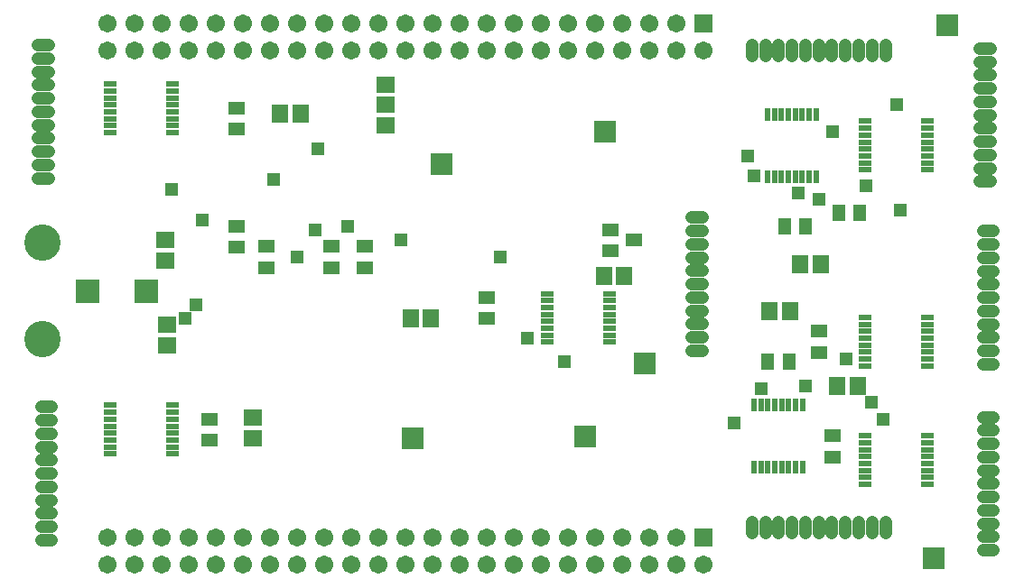
<source format=gbs>
G75*
%MOIN*%
%OFA0B0*%
%FSLAX24Y24*%
%IPPOS*%
%LPD*%
%AMOC8*
5,1,8,0,0,1.08239X$1,22.5*
%
%ADD10R,0.0907X0.0907*%
%ADD11C,0.1340*%
%ADD12R,0.0631X0.0513*%
%ADD13R,0.0513X0.0631*%
%ADD14R,0.0200X0.0470*%
%ADD15R,0.0470X0.0200*%
%ADD16C,0.0477*%
%ADD17R,0.0674X0.0674*%
%ADD18C,0.0674*%
%ADD19R,0.0631X0.0474*%
%ADD20R,0.0671X0.0592*%
%ADD21R,0.0592X0.0671*%
%ADD22R,0.0848X0.0848*%
%ADD23R,0.0476X0.0476*%
D10*
X005583Y011680D03*
X007748Y011680D03*
D11*
X003930Y009908D03*
X003930Y013452D03*
D12*
X011083Y013286D03*
X012208Y013324D03*
X012208Y012536D03*
X011083Y014074D03*
X014583Y013324D03*
X014583Y012536D03*
X015833Y012536D03*
X015833Y013324D03*
X020333Y011449D03*
X020333Y010661D03*
X010083Y006949D03*
X010083Y006161D03*
X011083Y017661D03*
X011083Y018449D03*
X032583Y010199D03*
X032583Y009411D03*
X033083Y006324D03*
X033083Y005536D03*
D13*
X031477Y009055D03*
X030689Y009055D03*
X031314Y014055D03*
X032102Y014055D03*
X033314Y014555D03*
X034102Y014555D03*
D14*
X032479Y015906D03*
X032223Y015906D03*
X031967Y015906D03*
X031711Y015906D03*
X031455Y015906D03*
X031199Y015906D03*
X030943Y015906D03*
X030687Y015906D03*
X030687Y018204D03*
X030943Y018204D03*
X031199Y018204D03*
X031455Y018204D03*
X031711Y018204D03*
X031967Y018204D03*
X032223Y018204D03*
X032479Y018204D03*
X031979Y007454D03*
X031723Y007454D03*
X031467Y007454D03*
X031211Y007454D03*
X030955Y007454D03*
X030699Y007454D03*
X030443Y007454D03*
X030187Y007454D03*
X030187Y005156D03*
X030443Y005156D03*
X030699Y005156D03*
X030955Y005156D03*
X031211Y005156D03*
X031467Y005156D03*
X031723Y005156D03*
X031979Y005156D03*
D15*
X034309Y005046D03*
X034309Y004790D03*
X034309Y004534D03*
X034309Y005302D03*
X034309Y005558D03*
X034309Y005814D03*
X034309Y006070D03*
X034309Y006326D03*
X036607Y006326D03*
X036607Y006070D03*
X036607Y005814D03*
X036607Y005558D03*
X036607Y005302D03*
X036607Y005046D03*
X036607Y004790D03*
X036607Y004534D03*
X036607Y008909D03*
X036607Y009165D03*
X036607Y009421D03*
X036607Y009677D03*
X036607Y009933D03*
X036607Y010189D03*
X036607Y010445D03*
X036607Y010701D03*
X034309Y010701D03*
X034309Y010445D03*
X034309Y010189D03*
X034309Y009933D03*
X034309Y009677D03*
X034309Y009421D03*
X034309Y009165D03*
X034309Y008909D03*
X024857Y009784D03*
X024857Y010040D03*
X024857Y010296D03*
X024857Y010552D03*
X024857Y010808D03*
X024857Y011064D03*
X024857Y011320D03*
X024857Y011576D03*
X022559Y011576D03*
X022559Y011320D03*
X022559Y011064D03*
X022559Y010808D03*
X022559Y010552D03*
X022559Y010296D03*
X022559Y010040D03*
X022559Y009784D03*
X034309Y016159D03*
X034309Y016415D03*
X034309Y016671D03*
X034309Y016927D03*
X034309Y017183D03*
X034309Y017439D03*
X034309Y017695D03*
X034309Y017951D03*
X036607Y017951D03*
X036607Y017695D03*
X036607Y017439D03*
X036607Y017183D03*
X036607Y016927D03*
X036607Y016671D03*
X036607Y016415D03*
X036607Y016159D03*
X008732Y017534D03*
X008732Y017790D03*
X008732Y018046D03*
X008732Y018302D03*
X008732Y018558D03*
X008732Y018814D03*
X008732Y019070D03*
X008732Y019326D03*
X006434Y019326D03*
X006434Y019070D03*
X006434Y018814D03*
X006434Y018558D03*
X006434Y018302D03*
X006434Y018046D03*
X006434Y017790D03*
X006434Y017534D03*
X006434Y007451D03*
X006434Y007195D03*
X006434Y006939D03*
X006434Y006683D03*
X006434Y006427D03*
X006434Y006171D03*
X006434Y005915D03*
X006434Y005659D03*
X008732Y005659D03*
X008732Y005915D03*
X008732Y006171D03*
X008732Y006427D03*
X008732Y006683D03*
X008732Y006939D03*
X008732Y007195D03*
X008732Y007451D03*
D16*
X004274Y002469D02*
X003877Y002469D01*
X003877Y002961D02*
X004274Y002961D01*
X004274Y003454D02*
X003877Y003454D01*
X003877Y003946D02*
X004274Y003946D01*
X004274Y004438D02*
X003877Y004438D01*
X003877Y004930D02*
X004274Y004930D01*
X004274Y005422D02*
X003877Y005422D01*
X003877Y005914D02*
X004274Y005914D01*
X004274Y006406D02*
X003877Y006406D01*
X003877Y006899D02*
X004274Y006899D01*
X004274Y007391D02*
X003877Y007391D01*
X003752Y015844D02*
X004149Y015844D01*
X004149Y016336D02*
X003752Y016336D01*
X003752Y016829D02*
X004149Y016829D01*
X004149Y017321D02*
X003752Y017321D01*
X003752Y017813D02*
X004149Y017813D01*
X004149Y018305D02*
X003752Y018305D01*
X003752Y018797D02*
X004149Y018797D01*
X004149Y019289D02*
X003752Y019289D01*
X003752Y019781D02*
X004149Y019781D01*
X004149Y020274D02*
X003752Y020274D01*
X003752Y020766D02*
X004149Y020766D01*
X027893Y014391D02*
X028289Y014391D01*
X028289Y013899D02*
X027893Y013899D01*
X027893Y013406D02*
X028289Y013406D01*
X028289Y012914D02*
X027893Y012914D01*
X027893Y012422D02*
X028289Y012422D01*
X028289Y011930D02*
X027893Y011930D01*
X027893Y011438D02*
X028289Y011438D01*
X028289Y010946D02*
X027893Y010946D01*
X027893Y010454D02*
X028289Y010454D01*
X028289Y009961D02*
X027893Y009961D01*
X027893Y009469D02*
X028289Y009469D01*
X038643Y009461D02*
X039039Y009461D01*
X039039Y009954D02*
X038643Y009954D01*
X038643Y010446D02*
X039039Y010446D01*
X039039Y010938D02*
X038643Y010938D01*
X038643Y011430D02*
X039039Y011430D01*
X039039Y011922D02*
X038643Y011922D01*
X038643Y012414D02*
X039039Y012414D01*
X039039Y012906D02*
X038643Y012906D01*
X038643Y013399D02*
X039039Y013399D01*
X039039Y013891D02*
X038643Y013891D01*
X038518Y015719D02*
X038914Y015719D01*
X038914Y016211D02*
X038518Y016211D01*
X038518Y016704D02*
X038914Y016704D01*
X038914Y017196D02*
X038518Y017196D01*
X038518Y017688D02*
X038914Y017688D01*
X038914Y018180D02*
X038518Y018180D01*
X038518Y018672D02*
X038914Y018672D01*
X038914Y019164D02*
X038518Y019164D01*
X038518Y019656D02*
X038914Y019656D01*
X038914Y020149D02*
X038518Y020149D01*
X038518Y020641D02*
X038914Y020641D01*
X035044Y020761D02*
X035044Y020364D01*
X034552Y020364D02*
X034552Y020761D01*
X034059Y020761D02*
X034059Y020364D01*
X033567Y020364D02*
X033567Y020761D01*
X033075Y020761D02*
X033075Y020364D01*
X032583Y020364D02*
X032583Y020761D01*
X032091Y020761D02*
X032091Y020364D01*
X031599Y020364D02*
X031599Y020761D01*
X031107Y020761D02*
X031107Y020364D01*
X030615Y020364D02*
X030615Y020761D01*
X030122Y020761D02*
X030122Y020364D01*
X038643Y008969D02*
X039039Y008969D01*
X039039Y007016D02*
X038643Y007016D01*
X038643Y006524D02*
X039039Y006524D01*
X039039Y006031D02*
X038643Y006031D01*
X038643Y005539D02*
X039039Y005539D01*
X039039Y005047D02*
X038643Y005047D01*
X038643Y004555D02*
X039039Y004555D01*
X039039Y004063D02*
X038643Y004063D01*
X038643Y003571D02*
X039039Y003571D01*
X039039Y003079D02*
X038643Y003079D01*
X038643Y002586D02*
X039039Y002586D01*
X039039Y002094D02*
X038643Y002094D01*
X035044Y002724D02*
X035044Y003121D01*
X034552Y003121D02*
X034552Y002724D01*
X034059Y002724D02*
X034059Y003121D01*
X033567Y003121D02*
X033567Y002724D01*
X033075Y002724D02*
X033075Y003121D01*
X032583Y003121D02*
X032583Y002724D01*
X032091Y002724D02*
X032091Y003121D01*
X031599Y003121D02*
X031599Y002724D01*
X031107Y002724D02*
X031107Y003121D01*
X030615Y003121D02*
X030615Y002724D01*
X030122Y002724D02*
X030122Y003121D01*
D17*
X028333Y002555D03*
X028333Y021555D03*
D18*
X027333Y021555D03*
X026333Y021555D03*
X025333Y021555D03*
X024333Y021555D03*
X023333Y021555D03*
X022333Y021555D03*
X021333Y021555D03*
X020333Y021555D03*
X019333Y021555D03*
X018333Y021555D03*
X017333Y021555D03*
X016333Y021555D03*
X015333Y021555D03*
X014333Y021555D03*
X013333Y021555D03*
X012333Y021555D03*
X011333Y021555D03*
X010333Y021555D03*
X009333Y021555D03*
X008333Y021555D03*
X007333Y021555D03*
X006333Y021555D03*
X006333Y020555D03*
X007333Y020555D03*
X008333Y020555D03*
X009333Y020555D03*
X010333Y020555D03*
X011333Y020555D03*
X012333Y020555D03*
X013333Y020555D03*
X014333Y020555D03*
X015333Y020555D03*
X016333Y020555D03*
X017333Y020555D03*
X018333Y020555D03*
X019333Y020555D03*
X020333Y020555D03*
X021333Y020555D03*
X022333Y020555D03*
X023333Y020555D03*
X024333Y020555D03*
X025333Y020555D03*
X026333Y020555D03*
X027333Y020555D03*
X028333Y020555D03*
X027333Y002555D03*
X026333Y002555D03*
X025333Y002555D03*
X024333Y002555D03*
X023333Y002555D03*
X022333Y002555D03*
X021333Y002555D03*
X020333Y002555D03*
X019333Y002555D03*
X018333Y002555D03*
X017333Y002555D03*
X016333Y002555D03*
X015333Y002555D03*
X014333Y002555D03*
X013333Y002555D03*
X012333Y002555D03*
X011333Y002555D03*
X010333Y002555D03*
X009333Y002555D03*
X008333Y002555D03*
X007333Y002555D03*
X006333Y002555D03*
X006333Y001555D03*
X007333Y001555D03*
X008333Y001555D03*
X009333Y001555D03*
X010333Y001555D03*
X011333Y001555D03*
X012333Y001555D03*
X013333Y001555D03*
X014333Y001555D03*
X015333Y001555D03*
X016333Y001555D03*
X017333Y001555D03*
X018333Y001555D03*
X019333Y001555D03*
X020333Y001555D03*
X021333Y001555D03*
X022333Y001555D03*
X023333Y001555D03*
X024333Y001555D03*
X025333Y001555D03*
X026333Y001555D03*
X027333Y001555D03*
X028333Y001555D03*
D19*
X024900Y013181D03*
X024900Y013929D03*
X025766Y013555D03*
D20*
X016583Y017806D03*
X016583Y018554D03*
X016583Y018556D03*
X016583Y019304D03*
X008458Y013554D03*
X008458Y012806D03*
X008521Y010429D03*
X008521Y009681D03*
X011708Y006992D03*
X011708Y006243D03*
D21*
X017522Y010680D03*
X018270Y010680D03*
X024647Y012243D03*
X025395Y012243D03*
X030772Y010930D03*
X031520Y010930D03*
X031897Y012680D03*
X032645Y012680D03*
X033272Y008180D03*
X034020Y008180D03*
X013457Y018243D03*
X012709Y018243D03*
D22*
X018646Y016368D03*
X024708Y017555D03*
X037333Y021493D03*
X026146Y008993D03*
X023958Y006305D03*
X017583Y006243D03*
X036833Y001805D03*
D23*
X029458Y006805D03*
X030458Y008055D03*
X032083Y008180D03*
X033583Y009180D03*
X034521Y007555D03*
X034958Y006930D03*
X023208Y009055D03*
X021833Y009930D03*
X020833Y012930D03*
X017146Y013555D03*
X015208Y014055D03*
X013977Y013930D03*
X013333Y012930D03*
X009833Y014305D03*
X008708Y015430D03*
X012458Y015805D03*
X014083Y016930D03*
X009583Y011180D03*
X009208Y010680D03*
X029958Y016680D03*
X030208Y015930D03*
X031833Y015305D03*
X032583Y015055D03*
X034333Y015555D03*
X035583Y014680D03*
X033083Y017555D03*
X035458Y018555D03*
M02*

</source>
